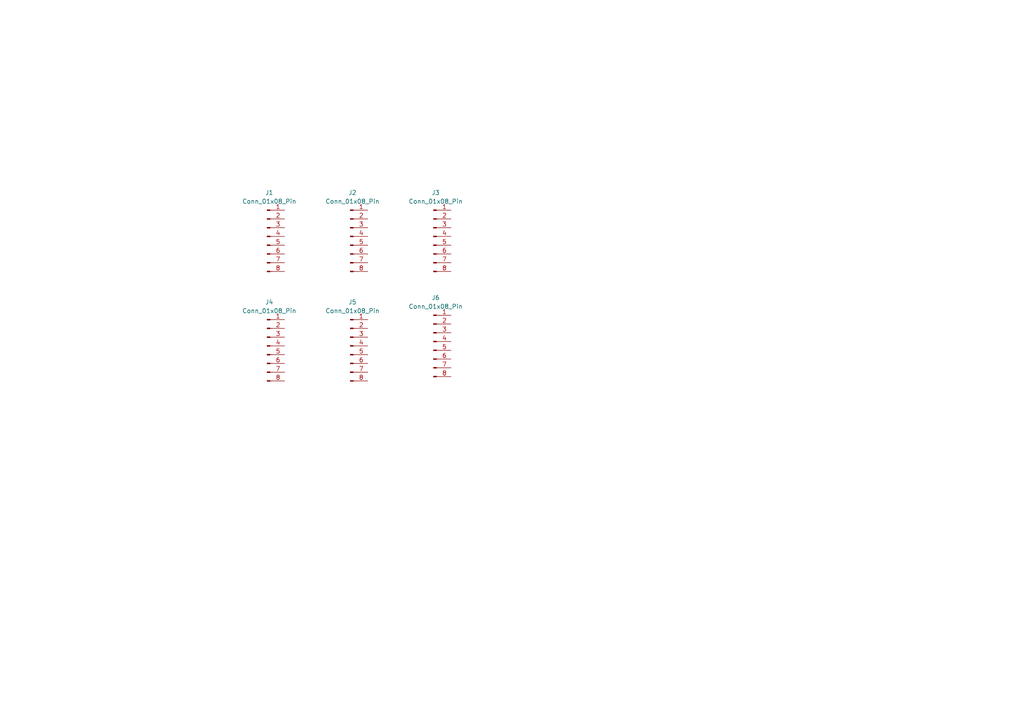
<source format=kicad_sch>
(kicad_sch (version 20231120) (generator "eeschema") (generator_version "8.0")
  (paper "A4")
  (lib_symbols
    (symbol "Connector:Conn_01x08_Pin" (pin_names (offset 1.016) hide)
      (property "Reference" "J" (at 0 10.16 0))
      (property "Value" "Conn_01x08_Pin" (at 0 -12.7 0))
      (symbol "Conn_01x08_Pin_1_1"
        (polyline (pts (xy 1.27 -10.16) (xy 0.8636 -10.16)) (stroke (width 0.1524)))
        (polyline (pts (xy 1.27 -7.62) (xy 0.8636 -7.62)) (stroke (width 0.1524)))
        (polyline (pts (xy 1.27 -5.08) (xy 0.8636 -5.08)) (stroke (width 0.1524)))
        (polyline (pts (xy 1.27 -2.54) (xy 0.8636 -2.54)) (stroke (width 0.1524)))
        (polyline (pts (xy 1.27 0) (xy 0.8636 0)) (stroke (width 0.1524)))
        (polyline (pts (xy 1.27 2.54) (xy 0.8636 2.54)) (stroke (width 0.1524)))
        (polyline (pts (xy 1.27 5.08) (xy 0.8636 5.08)) (stroke (width 0.1524)))
        (polyline (pts (xy 1.27 7.62) (xy 0.8636 7.62)) (stroke (width 0.1524)))
        (rectangle (start 0.8636 -10.033) (end 0 -10.287) (stroke (width 0.1524)) (fill (type outline)))
        (rectangle (start 0.8636 -7.493) (end 0 -7.747) (stroke (width 0.1524)) (fill (type outline)))
        (rectangle (start 0.8636 -4.953) (end 0 -5.207) (stroke (width 0.1524)) (fill (type outline)))
        (rectangle (start 0.8636 -2.413) (end 0 -2.667) (stroke (width 0.1524)) (fill (type outline)))
        (rectangle (start 0.8636 0.127) (end 0 -0.127) (stroke (width 0.1524)) (fill (type outline)))
        (rectangle (start 0.8636 2.667) (end 0 2.413) (stroke (width 0.1524)) (fill (type outline)))
        (rectangle (start 0.8636 5.207) (end 0 4.953) (stroke (width 0.1524)) (fill (type outline)))
        (rectangle (start 0.8636 7.747) (end 0 7.493) (stroke (width 0.1524)) (fill (type outline)))
        (pin passive line (at 5.08 7.62 180) (length 3.81) (name "Pin_1") (number "1"))
        (pin passive line (at 5.08 5.08 180) (length 3.81) (name "Pin_2") (number "2"))
        (pin passive line (at 5.08 2.54 180) (length 3.81) (name "Pin_3") (number "3"))
        (pin passive line (at 5.08 0 180) (length 3.81) (name "Pin_4") (number "4"))
        (pin passive line (at 5.08 -2.54 180) (length 3.81) (name "Pin_5") (number "5"))
        (pin passive line (at 5.08 -5.08 180) (length 3.81) (name "Pin_6") (number "6"))
        (pin passive line (at 5.08 -7.62 180) (length 3.81) (name "Pin_7") (number "7"))
        (pin passive line (at 5.08 -10.16 180) (length 3.81) (name "Pin_8") (number "8"))
      )
    )
  )
  (symbol (lib_id "Connector:Conn_01x08_Pin") (at 77.47 100.33 0) (unit 1)
    (property "Reference" "J4" (at 78.105 87.63 0))
    (property "Value" "Conn_01x08_Pin" (at 78.105 90.17 0))
    (property "Footprint" "Display:Adafruit_SSD1306" (effects (hide yes)))
    (property "Description" "Generic connector, single row, 01x08, script generated" (effects (hide yes)))
  )
  (symbol (lib_id "Connector:Conn_01x08_Pin") (at 101.6 100.33 0) (unit 1)
    (property "Reference" "J5" (at 102.235 87.63 0))
    (property "Value" "Conn_01x08_Pin" (at 102.235 90.17 0))
    (property "Footprint" "Display:Adafruit_SSD1306" (effects (hide yes)))
    (property "Description" "Generic connector, single row, 01x08, script generated" (effects (hide yes)))
  )
  (symbol (lib_id "Connector:Conn_01x08_Pin") (at 101.6 68.58 0) (unit 1)
    (property "Reference" "J2" (at 102.235 55.88 0))
    (property "Value" "Conn_01x08_Pin" (at 102.235 58.42 0))
    (property "Footprint" "Display:Adafruit_SSD1306" (effects (hide yes)))
    (property "Description" "Generic connector, single row, 01x08, script generated" (effects (hide yes)))
  )
  (symbol (lib_id "Connector:Conn_01x08_Pin") (at 125.73 99.06 0) (unit 1)
    (property "Reference" "J6" (at 126.365 86.36 0))
    (property "Value" "Conn_01x08_Pin" (at 126.365 88.9 0))
    (property "Footprint" "Display:Adafruit_SSD1306" (effects (hide yes)))
    (property "Description" "Generic connector, single row, 01x08, script generated" (effects (hide yes)))
  )
  (symbol (lib_id "Connector:Conn_01x08_Pin") (at 77.47 68.58 0) (unit 1)
    (property "Reference" "J1" (at 78.105 55.88 0))
    (property "Value" "Conn_01x08_Pin" (at 78.105 58.42 0))
    (property "Footprint" "Display:Adafruit_SSD1306" (effects (hide yes)))
    (property "Description" "Generic connector, single row, 01x08, script generated" (effects (hide yes)))
  )
  (symbol (lib_id "Connector:Conn_01x08_Pin") (at 125.73 68.58 0) (unit 1)
    (property "Reference" "J3" (at 126.365 55.88 0))
    (property "Value" "Conn_01x08_Pin" (at 126.365 58.42 0))
    (property "Footprint" "Display:Adafruit_SSD1306" (effects (hide yes)))
    (property "Description" "Generic connector, single row, 01x08, script generated" (effects (hide yes)))
  )
)
</source>
